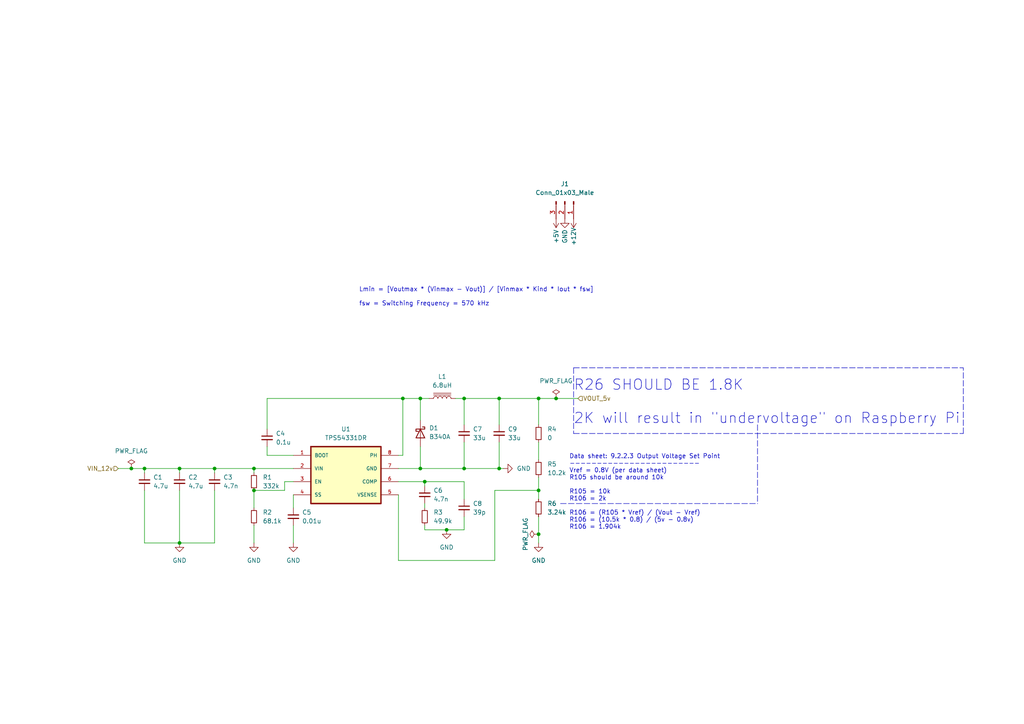
<source format=kicad_sch>
(kicad_sch (version 20211123) (generator eeschema)
  (paper "A4")
  (lib_symbols
    (symbol "Connector:Conn_01x03_Male" (pin_names (offset 1.016) hide)
      (property "Reference" "J" (at 0 5.08 0))
      (property "Value" "Conn_01x03_Male" (at 0 -5.08 0))
      (symbol "Conn_01x03_Male_1_1"
        (polyline (pts (xy 1.27 -2.54) (xy 0.8636 -2.54)) (stroke (width 0.1524)))
        (polyline (pts (xy 1.27 0) (xy 0.8636 0)) (stroke (width 0.1524)))
        (polyline (pts (xy 1.27 2.54) (xy 0.8636 2.54)) (stroke (width 0.1524)))
        (rectangle (start 0.8636 -2.413) (end 0 -2.667) (stroke (width 0.1524)) (fill (type outline)))
        (rectangle (start 0.8636 0.127) (end 0 -0.127) (stroke (width 0.1524)) (fill (type outline)))
        (rectangle (start 0.8636 2.667) (end 0 2.413) (stroke (width 0.1524)) (fill (type outline)))
        (pin passive line (at 5.08 2.54 180) (length 3.81) (name "Pin_1") (number "1"))
        (pin passive line (at 5.08 0 180) (length 3.81) (name "Pin_2") (number "2"))
        (pin passive line (at 5.08 -2.54 180) (length 3.81) (name "Pin_3") (number "3"))
      )
    )
    (symbol "Device:C_Small" (pin_numbers hide) (pin_names (offset 0.254) hide)
      (property "Reference" "C" (at 0.254 1.778 0))
      (property "Value" "C_Small" (at 0.254 -2.032 0))
      (symbol "C_Small_0_1"
        (polyline (pts (xy -1.524 -0.508) (xy 1.524 -0.508)) (stroke (width 0.3302)))
        (polyline (pts (xy -1.524 0.508) (xy 1.524 0.508)) (stroke (width 0.3048)))
      )
      (symbol "C_Small_1_1"
        (pin passive line (at 0 2.54 270) (length 2.032) (name "~") (number "1"))
        (pin passive line (at 0 -2.54 90) (length 2.032) (name "~") (number "2"))
      )
    )
    (symbol "Device:L_Iron" (pin_numbers hide) (pin_names (offset 1.016) hide)
      (property "Reference" "L" (at -1.27 0 90))
      (property "Value" "L_Iron" (at 2.794 0 90))
      (symbol "L_Iron_0_1"
        (arc (start 0 -2.54) (mid 0.635 -1.905) (end 0 -1.27))
        (arc (start 0 -1.27) (mid 0.635 -0.635) (end 0 0))
        (polyline (pts (xy 1.016 2.54) (xy 1.016 -2.54)))
        (polyline (pts (xy 1.524 -2.54) (xy 1.524 2.54)))
        (arc (start 0 0) (mid 0.635 0.635) (end 0 1.27))
        (arc (start 0 1.27) (mid 0.635 1.905) (end 0 2.54))
      )
      (symbol "L_Iron_1_1"
        (pin passive line (at 0 3.81 270) (length 1.27) (name "1") (number "1"))
        (pin passive line (at 0 -3.81 90) (length 1.27) (name "2") (number "2"))
      )
    )
    (symbol "Device:R_Small" (pin_numbers hide) (pin_names (offset 0.254) hide)
      (property "Reference" "R" (at 0.762 0.508 0))
      (property "Value" "R_Small" (at 0.762 -1.016 0))
      (symbol "R_Small_0_1"
        (rectangle (start -0.762 1.778) (end 0.762 -1.778) (stroke (width 0.2032)))
      )
      (symbol "R_Small_1_1"
        (pin passive line (at 0 2.54 270) (length 0.762) (name "~") (number "1"))
        (pin passive line (at 0 -2.54 90) (length 0.762) (name "~") (number "2"))
      )
    )
    (symbol "Diode:B340" (pin_numbers hide) (pin_names (offset 1.016) hide)
      (property "Reference" "D" (at 0 2.54 0))
      (property "Value" "B340" (at 0 -2.54 0))
      (symbol "B340_0_1"
        (polyline (pts (xy 1.27 0) (xy -1.27 0)))
        (polyline (pts (xy 1.27 1.27) (xy 1.27 -1.27) (xy -1.27 0) (xy 1.27 1.27)) (stroke (width 0.254)))
        (polyline (pts (xy -1.905 0.635) (xy -1.905 1.27) (xy -1.27 1.27) (xy -1.27 -1.27) (xy -0.635 -1.27) (xy -0.635 -0.635)) (stroke (width 0.254)))
      )
      (symbol "B340_1_1"
        (pin passive line (at -3.81 0 0) (length 2.54) (name "K") (number "1"))
        (pin passive line (at 3.81 0 180) (length 2.54) (name "A") (number "2"))
      )
    )
    (symbol "TPS54331DR:TPS54331DR" (pin_names (offset 1.016))
      (property "Reference" "U" (at -12.7 12.7 0))
      (property "Value" "TPS54331DR" (at -5.08 12.7 0))
      (symbol "TPS54331DR_0_0"
        (rectangle (start -12.7 12.7) (end 7.62 -3.81) (stroke (width 0.4064)) (fill (type background)))
        (pin input line (at -17.78 10.16 0) (length 5.08) (name "BOOT") (number "1"))
        (pin input line (at -17.78 6.35 0) (length 5.08) (name "VIN") (number "2"))
        (pin input line (at -17.78 2.54 0) (length 5.08) (name "EN") (number "3"))
        (pin input line (at -17.78 -1.27 0) (length 5.08) (name "SS") (number "4"))
        (pin input line (at 12.7 -1.27 180) (length 5.08) (name "VSENSE") (number "5"))
        (pin output line (at 12.7 2.54 180) (length 5.08) (name "COMP") (number "6"))
        (pin power_in line (at 12.7 6.35 180) (length 5.08) (name "GND") (number "7"))
        (pin input line (at 12.7 10.16 180) (length 5.08) (name "PH") (number "8"))
      )
    )
    (symbol "power:+12V" (power) (pin_names (offset 0))
      (property "Value" "+12V" (at 0 3.556 0))
      (symbol "+12V_0_1"
        (polyline (pts (xy -0.762 1.27) (xy 0 2.54)))
        (polyline (pts (xy 0 0) (xy 0 2.54)))
        (polyline (pts (xy 0 2.54) (xy 0.762 1.27)))
      )
      (symbol "+12V_1_1"
        (pin power_in line (at 0 0 90) (length 0) hide (name "+12V") (number "1"))
      )
    )
    (symbol "power:+5V" (power) (pin_names (offset 0))
      (property "Value" "+5V" (at 0 3.556 0))
      (symbol "+5V_0_1"
        (polyline (pts (xy -0.762 1.27) (xy 0 2.54)))
        (polyline (pts (xy 0 0) (xy 0 2.54)))
        (polyline (pts (xy 0 2.54) (xy 0.762 1.27)))
      )
      (symbol "+5V_1_1"
        (pin power_in line (at 0 0 90) (length 0) hide (name "+5V") (number "1"))
      )
    )
    (symbol "power:GND" (power) (pin_names (offset 0))
      (property "Value" "GND" (at 0 -3.81 0))
      (symbol "GND_0_1"
        (polyline (pts (xy 0 0) (xy 0 -1.27) (xy 1.27 -1.27) (xy 0 -2.54) (xy -1.27 -1.27) (xy 0 -1.27)))
      )
      (symbol "GND_1_1"
        (pin power_in line (at 0 0 270) (length 0) hide (name "GND") (number "1"))
      )
    )
    (symbol "power:PWR_FLAG" (power) (pin_numbers hide) (pin_names (offset 0) hide)
      (property "Value" "PWR_FLAG" (at 0 3.81 0))
      (symbol "PWR_FLAG_0_0"
        (pin power_out line (at 0 0 90) (length 0) (name "pwr") (number "1"))
      )
      (symbol "PWR_FLAG_0_1"
        (polyline (pts (xy 0 0) (xy 0 1.27) (xy -1.016 1.905) (xy 0 2.54) (xy 1.016 1.905) (xy 0 1.27)))
      )
    )
  )
  (junction (at 62.23 135.89))
  (junction (at 121.92 135.89))
  (junction (at 73.66 135.89))
  (junction (at 41.91 135.89))
  (junction (at 134.62 115.57))
  (junction (at 156.21 154.94))
  (junction (at 116.84 115.57))
  (junction (at 73.66 142.24))
  (junction (at 134.62 135.89))
  (junction (at 52.07 135.89))
  (junction (at 121.92 115.57))
  (junction (at 156.21 115.57))
  (junction (at 38.1 135.89))
  (junction (at 52.07 157.48))
  (junction (at 144.78 135.89))
  (junction (at 161.29 115.57))
  (junction (at 144.78 115.57))
  (junction (at 156.21 142.24))
  (junction (at 123.19 139.7))
  (junction (at 129.54 153.67))
  (polyline (pts (xy 279.4 125.73) (xy 279.4 106.68)))
  (wire (pts (xy 121.92 115.57) (xy 121.92 121.92)))
  (wire (pts (xy 82.55 142.24) (xy 73.66 142.24)))
  (wire (pts (xy 52.07 135.89) (xy 52.07 137.16)))
  (wire (pts (xy 82.55 139.7) (xy 82.55 142.24)))
  (wire (pts (xy 121.92 135.89) (xy 134.62 135.89)))
  (wire (pts (xy 115.57 135.89) (xy 121.92 135.89)))
  (wire (pts (xy 123.19 140.97) (xy 123.19 139.7)))
  (wire (pts (xy 161.29 115.57) (xy 167.64 115.57)))
  (wire (pts (xy 52.07 135.89) (xy 62.23 135.89)))
  (wire (pts (xy 156.21 138.43) (xy 156.21 142.24)))
  (wire (pts (xy 41.91 142.24) (xy 41.91 157.48)))
  (wire (pts (xy 41.91 157.48) (xy 52.07 157.48)))
  (wire (pts (xy 41.91 135.89) (xy 52.07 135.89)))
  (polyline (pts (xy 166.37 106.68) (xy 279.4 106.68)))
  (wire (pts (xy 134.62 135.89) (xy 144.78 135.89)))
  (wire (pts (xy 144.78 115.57) (xy 156.21 115.57)))
  (wire (pts (xy 85.09 152.4) (xy 85.09 157.48)))
  (wire (pts (xy 34.29 135.89) (xy 38.1 135.89)))
  (wire (pts (xy 116.84 115.57) (xy 121.92 115.57)))
  (wire (pts (xy 143.51 142.24) (xy 156.21 142.24)))
  (wire (pts (xy 156.21 115.57) (xy 161.29 115.57)))
  (wire (pts (xy 123.19 147.32) (xy 123.19 146.05)))
  (wire (pts (xy 73.66 142.24) (xy 73.66 147.32)))
  (wire (pts (xy 134.62 115.57) (xy 144.78 115.57)))
  (wire (pts (xy 123.19 139.7) (xy 134.62 139.7)))
  (wire (pts (xy 85.09 139.7) (xy 82.55 139.7)))
  (wire (pts (xy 62.23 142.24) (xy 62.23 157.48)))
  (wire (pts (xy 121.92 135.89) (xy 121.92 129.54)))
  (wire (pts (xy 121.92 115.57) (xy 124.46 115.57)))
  (wire (pts (xy 73.66 152.4) (xy 73.66 157.48)))
  (wire (pts (xy 38.1 135.89) (xy 41.91 135.89)))
  (wire (pts (xy 85.09 143.51) (xy 85.09 147.32)))
  (wire (pts (xy 144.78 135.89) (xy 144.78 128.27)))
  (wire (pts (xy 132.08 115.57) (xy 134.62 115.57)))
  (polyline (pts (xy 166.37 125.73) (xy 279.4 125.73)))
  (wire (pts (xy 156.21 154.94) (xy 156.21 157.48)))
  (wire (pts (xy 156.21 142.24) (xy 156.21 144.78)))
  (wire (pts (xy 129.54 153.67) (xy 134.62 153.67)))
  (wire (pts (xy 156.21 115.57) (xy 156.21 123.19)))
  (wire (pts (xy 123.19 153.67) (xy 129.54 153.67)))
  (wire (pts (xy 62.23 135.89) (xy 73.66 135.89)))
  (wire (pts (xy 77.47 124.46) (xy 77.47 115.57)))
  (polyline (pts (xy 219.71 123.19) (xy 219.71 146.05)))
  (wire (pts (xy 116.84 132.08) (xy 116.84 115.57)))
  (wire (pts (xy 156.21 149.86) (xy 156.21 154.94)))
  (wire (pts (xy 146.05 135.89) (xy 144.78 135.89)))
  (wire (pts (xy 62.23 157.48) (xy 52.07 157.48)))
  (wire (pts (xy 62.23 135.89) (xy 62.23 137.16)))
  (wire (pts (xy 134.62 128.27) (xy 134.62 135.89)))
  (wire (pts (xy 77.47 115.57) (xy 116.84 115.57)))
  (wire (pts (xy 77.47 132.08) (xy 77.47 129.54)))
  (wire (pts (xy 143.51 162.56) (xy 143.51 142.24)))
  (wire (pts (xy 52.07 142.24) (xy 52.07 157.48)))
  (wire (pts (xy 144.78 115.57) (xy 144.78 123.19)))
  (wire (pts (xy 123.19 152.4) (xy 123.19 153.67)))
  (wire (pts (xy 115.57 162.56) (xy 143.51 162.56)))
  (wire (pts (xy 115.57 143.51) (xy 115.57 162.56)))
  (wire (pts (xy 115.57 132.08) (xy 116.84 132.08)))
  (wire (pts (xy 156.21 128.27) (xy 156.21 133.35)))
  (polyline (pts (xy 162.56 146.05) (xy 219.71 146.05)))
  (wire (pts (xy 134.62 153.67) (xy 134.62 149.86)))
  (wire (pts (xy 85.09 132.08) (xy 77.47 132.08)))
  (wire (pts (xy 134.62 139.7) (xy 134.62 144.78)))
  (wire (pts (xy 73.66 135.89) (xy 73.66 137.16)))
  (wire (pts (xy 41.91 135.89) (xy 41.91 137.16)))
  (wire (pts (xy 115.57 139.7) (xy 123.19 139.7)))
  (wire (pts (xy 134.62 115.57) (xy 134.62 123.19)))
  (polyline (pts (xy 166.37 106.68) (xy 166.37 125.73)))
  (wire (pts (xy 73.66 135.89) (xy 85.09 135.89)))
  (text "R26 SHOULD BE 1.8K\n\n2K will result in \"undervoltage\" on Raspberry Pi" (at 166.37 123.19 0) (effects (font (size 3 3)) (justify left bottom)))
  (text "Data sheet: 9.2.2.3 Output Voltage Set Point\n------------------------\nVref = 0.8V (per data sheet)\nR105 should be around 10k\n\nR105 = 10k\nR106 = 2k\n\nR106 = (R105 * Vref) / (Vout - Vref)\nR106 = (10.5k * 0.8) / (5v - 0.8v)\nR106 = 1.904k\n" (at 165.1 153.67 0) (effects (font (size 1.27 1.27)) (justify left bottom)))
  (text "Lmin = [Voutmax * (Vinmax - Vout)] / [Vinmax * Kind * Iout * fsw]\n\nfsw = Switching Frequency = 570 kHz\n" (at 104.14 88.9 0) (effects (font (size 1.27 1.27)) (justify left bottom)))
  (hierarchical_label "VIN_12v" (shape input) (at 34.29 135.89 180))
  (hierarchical_label "VOUT_5v" (shape input) (at 167.64 115.57 0))
  (symbol (lib_id "Device:C_Small") (at 134.62 147.32 0) (unit 1)
    (property "Reference" "C8" (at 137.16 146.0562 0) (effects (justify left)))
    (property "Value" "39p" (at 137.16 148.5962 0) (effects (justify left)))
    (property "Footprint" "Capacitor_SMD:C_0805_2012Metric" (effects hide))
    (property "LCSC" "C296098" (effects hide))
  )
  (symbol (lib_id "power:PWR_FLAG") (at 156.21 154.94 90) (unit 1)
    (property "Reference" "#FLG0103" (effects hide))
    (property "Value" "PWR_FLAG" (at 152.4 154.94 0))
  )
  (symbol (lib_id "Device:C_Small") (at 41.91 139.7 0) (unit 1)
    (property "Reference" "C1" (at 44.45 138.4362 0) (effects (justify left)))
    (property "Value" "4.7u" (at 44.45 140.9762 0) (effects (justify left)))
    (property "Footprint" "Capacitor_SMD:C_0805_2012Metric" (effects hide))
    (property "LCSC" "C1779" (effects hide))
  )
  (symbol (lib_id "power:GND") (at 146.05 135.89 90) (unit 1)
    (property "Reference" "#PWR0106" (effects hide))
    (property "Value" "GND" (at 149.86 135.8899 90) (effects (justify right)))
  )
  (symbol (lib_id "power:+5V") (at 161.29 63.5 180) (unit 1)
    (property "Reference" "#PWR04" (effects hide))
    (property "Value" "+5V" (at 161.29 68.58 90))
  )
  (symbol (lib_id "power:+12V") (at 166.37 63.5 180) (unit 1)
    (property "Reference" "#PWR03" (effects hide))
    (property "Value" "+12V" (at 166.37 68.58 90))
  )
  (symbol (lib_id "Connector:Conn_01x03_Male") (at 163.83 58.42 270) (unit 1)
    (property "Reference" "J1" (at 163.83 53.34 90))
    (property "Value" "Conn_01x03_Male" (at 163.83 55.88 90))
    (property "Footprint" "Connector_PinHeader_2.54mm:PinHeader_1x03_P2.54mm_Vertical" (effects hide))
    (property "LCSC" "DNP" (effects hide))
  )
  (symbol (lib_id "power:GND") (at 73.66 157.48 0) (unit 1)
    (property "Reference" "#PWR0102" (effects hide))
    (property "Value" "GND" (at 73.66 162.56 0))
  )
  (symbol (lib_id "Device:C_Small") (at 134.62 125.73 0) (unit 1)
    (property "Reference" "C7" (at 137.16 124.4662 0) (effects (justify left)))
    (property "Value" "33u" (at 137.16 127.0062 0) (effects (justify left)))
    (property "Footprint" "Capacitor_SMD:C_0805_2012Metric" (effects hide))
    (property "LCSC" "C342635" (effects hide))
  )
  (symbol (lib_id "power:GND") (at 52.07 157.48 0) (unit 1)
    (property "Reference" "#PWR0103" (effects hide))
    (property "Value" "GND" (at 52.07 162.56 0))
  )
  (symbol (lib_id "Device:R_Small") (at 156.21 147.32 0) (unit 1)
    (property "Reference" "R6" (at 158.75 146.0499 0) (effects (justify left)))
    (property "Value" "3.24k" (at 158.75 148.5899 0) (effects (justify left)))
    (property "Footprint" "Resistor_SMD:R_0805_2012Metric" (effects hide))
    (property "LCSC" "C17604" (effects hide))
  )
  (symbol (lib_id "power:GND") (at 85.09 157.48 0) (unit 1)
    (property "Reference" "#PWR0101" (effects hide))
    (property "Value" "GND" (at 85.09 162.56 0))
  )
  (symbol (lib_id "Device:R_Small") (at 73.66 139.7 0) (unit 1)
    (property "Reference" "R1" (at 76.2 138.4299 0) (effects (justify left)))
    (property "Value" "332k" (at 76.2 140.9699 0) (effects (justify left)))
    (property "Footprint" "Resistor_SMD:R_0805_2012Metric" (effects hide))
    (property "LCSC" "C17631" (effects hide))
  )
  (symbol (lib_id "Diode:B340") (at 121.92 125.73 270) (unit 1)
    (property "Reference" "D1" (at 124.46 124.1424 90) (effects (justify left)))
    (property "Value" "B340A" (at 124.46 126.6824 90) (effects (justify left)))
    (property "Footprint" "Diode_SMD:D_SMA" (effects hide))
    (property "Datasheet" "http://www.jameco.com/Jameco/Products/ProdDS/1538777.pdf" (effects hide))
    (property "LCSC" "C64982" (effects hide))
  )
  (symbol (lib_id "Device:R_Small") (at 156.21 125.73 0) (unit 1)
    (property "Reference" "R4" (at 158.75 124.4599 0) (effects (justify left)))
    (property "Value" "0" (at 158.75 126.9999 0) (effects (justify left)))
    (property "Footprint" "Resistor_SMD:R_0805_2012Metric" (effects hide))
    (property "LCSC" "C17477" (effects hide))
  )
  (symbol (lib_id "power:PWR_FLAG") (at 161.29 115.57 0) (unit 1)
    (property "Reference" "#FLG0102" (effects hide))
    (property "Value" "PWR_FLAG" (at 161.29 110.49 0))
  )
  (symbol (lib_id "Device:C_Small") (at 62.23 139.7 0) (unit 1)
    (property "Reference" "C3" (at 64.77 138.4362 0) (effects (justify left)))
    (property "Value" "4.7n" (at 64.77 140.9762 0) (effects (justify left)))
    (property "Footprint" "Capacitor_SMD:C_0805_2012Metric" (effects hide))
    (property "LCSC" "C1744" (effects hide))
  )
  (symbol (lib_id "Device:C_Small") (at 144.78 125.73 0) (unit 1)
    (property "Reference" "C9" (at 147.32 124.4662 0) (effects (justify left)))
    (property "Value" "33u" (at 147.32 127.0062 0) (effects (justify left)))
    (property "Footprint" "Capacitor_SMD:C_0805_2012Metric" (effects hide))
    (property "LCSC" "C342635" (effects hide))
  )
  (symbol (lib_id "Device:R_Small") (at 73.66 149.86 0) (unit 1)
    (property "Reference" "R2" (at 76.2 148.5899 0) (effects (justify left)))
    (property "Value" "68.1k" (at 76.2 151.1299 0) (effects (justify left)))
    (property "Footprint" "Resistor_SMD:R_0805_2012Metric" (effects hide))
    (property "LCSC" "C17795" (effects hide))
  )
  (symbol (lib_id "Device:C_Small") (at 123.19 143.51 0) (unit 1)
    (property "Reference" "C6" (at 125.73 142.2462 0) (effects (justify left)))
    (property "Value" "4.7n" (at 125.73 144.7862 0) (effects (justify left)))
    (property "Footprint" "Capacitor_SMD:C_0805_2012Metric" (effects hide))
    (property "LCSC" "C1744" (effects hide))
  )
  (symbol (lib_id "Device:R_Small") (at 156.21 135.89 0) (unit 1)
    (property "Reference" "R5" (at 158.75 134.6199 0) (effects (justify left)))
    (property "Value" "10.2k" (at 158.75 137.1599 0) (effects (justify left)))
    (property "Footprint" "Resistor_SMD:R_0805_2012Metric" (effects hide))
    (property "LCSC" "C17402" (effects hide))
  )
  (symbol (lib_id "Device:R_Small") (at 123.19 149.86 0) (unit 1)
    (property "Reference" "R3" (at 125.73 148.5899 0) (effects (justify left)))
    (property "Value" "49.9k" (at 125.73 151.1299 0) (effects (justify left)))
    (property "Footprint" "Resistor_SMD:R_0805_2012Metric" (effects hide))
    (property "LCSC" "C17719" (effects hide))
  )
  (symbol (lib_id "Device:L_Iron") (at 128.27 115.57 90) (unit 1)
    (property "Reference" "L1" (at 128.27 109.22 90))
    (property "Value" "6.8uH" (at 128.27 111.76 90))
    (property "Footprint" "raspberrypi_supercap_ups_lib:Sunltech_SLO0530H" (effects hide))
    (property "LCSC" "C325965" (effects hide))
  )
  (symbol (lib_id "power:GND") (at 163.83 63.5 0) (unit 1)
    (property "Reference" "#PWR02" (effects hide))
    (property "Value" "GND" (at 163.83 68.58 90))
  )
  (symbol (lib_id "TPS54331DR:TPS54331DR") (at 102.87 142.24 0) (unit 1)
    (property "Reference" "U1" (at 100.33 124.46 0))
    (property "Value" "TPS54331DR" (at 100.33 127 0))
    (property "Footprint" "SOIC127P599X175-8N" (effects hide))
    (property "LCSC" "C9865" (effects hide))
  )
  (symbol (lib_id "power:GND") (at 129.54 153.67 0) (unit 1)
    (property "Reference" "#PWR0104" (effects hide))
    (property "Value" "GND" (at 129.54 158.75 0))
  )
  (symbol (lib_id "power:PWR_FLAG") (at 38.1 135.89 0) (unit 1)
    (property "Reference" "#FLG0101" (effects hide))
    (property "Value" "PWR_FLAG" (at 38.1 130.81 0))
  )
  (symbol (lib_id "Device:C_Small") (at 77.47 127 0) (unit 1)
    (property "Reference" "C4" (at 80.01 125.7362 0) (effects (justify left)))
    (property "Value" "0.1u" (at 80.01 128.2762 0) (effects (justify left)))
    (property "Footprint" "Capacitor_SMD:C_0805_2012Metric" (effects hide))
    (property "LCSC" "C28233" (effects hide))
  )
  (symbol (lib_id "power:GND") (at 156.21 157.48 0) (unit 1)
    (property "Reference" "#PWR0105" (effects hide))
    (property "Value" "GND" (at 156.21 162.56 0))
  )
  (symbol (lib_id "Device:C_Small") (at 85.09 149.86 0) (unit 1)
    (property "Reference" "C5" (at 87.63 148.5962 0) (effects (justify left)))
    (property "Value" "0.01u" (at 87.63 151.1362 0) (effects (justify left)))
    (property "Footprint" "Capacitor_SMD:C_0805_2012Metric" (effects hide))
    (property "LCSC" "C1710" (effects hide))
  )
  (symbol (lib_id "Device:C_Small") (at 52.07 139.7 0) (unit 1)
    (property "Reference" "C2" (at 54.61 138.4362 0) (effects (justify left)))
    (property "Value" "4.7u" (at 54.61 140.9762 0) (effects (justify left)))
    (property "Footprint" "Capacitor_SMD:C_0805_2012Metric" (effects hide))
    (property "LCSC" "C1779" (effects hide))
  )
)
</source>
